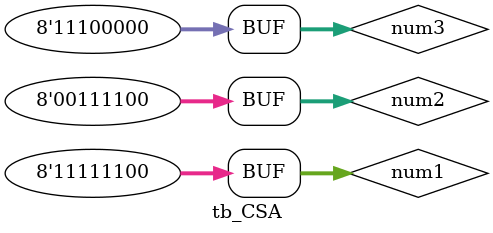
<source format=v>
`timescale 1ns / 1ps

module tb_CSA();
    reg [7:0]num1;
    reg [7:0]num2;
    reg [7:0]num3;
    wire [9:0]result;
    
    Carry_Save_Adder #(.N(8)) CSA1 (.num1(num1), .num2(num2), .num3(num3), .result(result));
    
    // random tests for parameter 8
    initial begin
        num1 = 8'b0000_0000; num2 = 8'b0000_0000; num3 = 8'b0000_0000;  #5;
        num1 = 8'b1111_1111; num2 = 8'b1111_1111; num3 = 8'b1111_1111;  #5;
        num1 = 8'b1111_1111; num2 = 8'b0000_0000; num3 = 8'b0011_1100;  #5;
        num1 = 8'b0000_0000; num2 = 8'b1111_1111; num3 = 8'b1010_0011;  #5;
        
        num1 = 8'b0000_1111; num2 = 8'b1111_0000; num3 = 8'b0110_0110;  #5;
        num1 = 8'b0000_1111; num2 = 8'b0000_1111; num3 = 8'b0110_0110;  #5;
        num1 = 8'b1111_0000; num2 = 8'b0000_1111; num3 = 8'b0110_0110;  #5;
        num1 = 8'b1111_0000; num2 = 8'b1111_0000; num3 = 8'b0101_1010;  #5;
        
        num1 = 8'b0110_0011; num2 = 8'b1000_0010; num3 = 8'b1010_1010;  #5;
        num1 = 8'b0011_0111; num2 = 8'b0100_0011; num3 = 8'b0101_0101;  #5;
        num1 = 8'b1100_0100; num2 = 8'b0000_0011; num3 = 8'b1100_0011;  #5;
        num1 = 8'b0000_0010; num2 = 8'b1101_0001; num3 = 8'b1001_1001;  #5;
        
        num1 = 8'b0111_1110; num2 = 8'b1000_0001; num3 = 8'b0111_0000;  #5;
        num1 = 8'b0111_1100; num2 = 8'b0100_0101; num3 = 8'b0011_0110;  #5;
        num1 = 8'b0011_1000; num2 = 8'b0000_1111; num3 = 8'b1000_0001;  #5;
        num1 = 8'b1111_1100; num2 = 8'b0011_1100; num3 = 8'b1110_0000;  #5;
    end
endmodule

</source>
